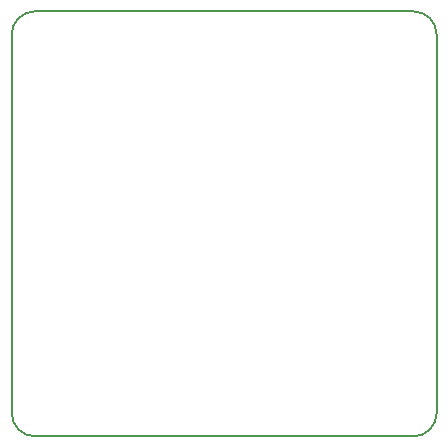
<source format=gm1>
G04 #@! TF.FileFunction,Profile,NP*
%FSLAX46Y46*%
G04 Gerber Fmt 4.6, Leading zero omitted, Abs format (unit mm)*
G04 Created by KiCad (PCBNEW 4.0.4+dfsg1-stable) date Tue Jan  3 20:31:21 2017*
%MOMM*%
%LPD*%
G01*
G04 APERTURE LIST*
%ADD10C,0.100000*%
%ADD11C,0.150000*%
G04 APERTURE END LIST*
D10*
D11*
X39250000Y-37250000D02*
G75*
G03X37250000Y-39250000I0J-2000000D01*
G01*
X37250000Y-71250000D02*
G75*
G03X39250000Y-73250000I2000000J0D01*
G01*
X71250000Y-73250000D02*
G75*
G03X73250000Y-71250000I0J2000000D01*
G01*
X73250000Y-39250000D02*
G75*
G03X71250000Y-37250000I-2000000J0D01*
G01*
X73250000Y-39250000D02*
X73250000Y-71250000D01*
X39250000Y-73250000D02*
X71250000Y-73250000D01*
X37250000Y-39250000D02*
X37250000Y-71250000D01*
X39250000Y-37250000D02*
X71250000Y-37250000D01*
M02*

</source>
